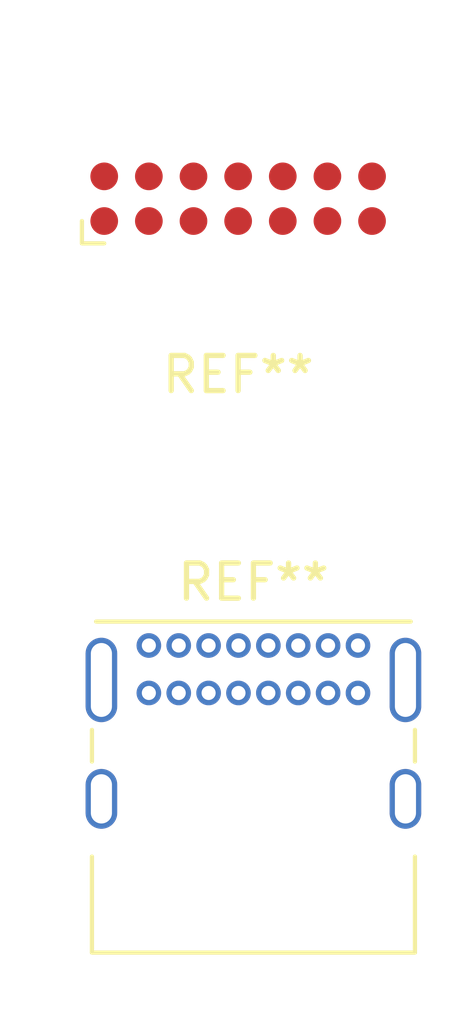
<source format=kicad_pcb>
(kicad_pcb (version 20221018) (generator pcbnew)
  (layers (0 "F.Cu" signal) (31 "B.Cu" signal) (34 "B.Paste" user) (35 "F.Paste" user) (36 "B.SilkS" user "B.Silkscreen") (37 "F.SilkS" user "F.Silkscreen") (38 "B.Mask" user) (39 "F.Mask" user) (44 "Edge.Cuts" user))
  (net 0 "")
  (footprint "Connector:Tag-Connect_TC2070-IDC-FP_2x07_P1.27mm_Vertical" (layer "F.Cu") (at 144.78 88.9)
    (fp_text reference "REF**" (at 0 5) (layer "F.SilkS"))
    (fp_text value "POGO")
    (fp_line (start -4.445 0.635) (end -4.445 1.27) (stroke (width 0.12)) (layer "F.SilkS"))
    (fp_line (start -4.445 1.27) (end -3.81 1.27) (stroke (width 0.12)) (layer "F.SilkS"))
    (pad "" np_thru_hole circle (at -5.08 -2.54) (size 2.3749 2.3749) (drill 2.3749) (layers "*.Cu" "*.Mask"))
    (pad "" np_thru_hole circle (at -5.08 0) (size 0.9906 0.9906) (drill 0.9906) (layers "*.Cu" "*.Mask"))
    (pad "" np_thru_hole circle (at -5.08 2.54) (size 2.3749 2.3749) (drill 2.3749) (layers "*.Cu" "*.Mask"))
    (pad "" np_thru_hole circle (at 3.175 -2.54) (size 2.3749 2.3749) (drill 2.3749) (layers "*.Cu" "*.Mask"))
    (pad "" np_thru_hole circle (at 3.175 2.54) (size 2.3749 2.3749) (drill 2.3749) (layers "*.Cu" "*.Mask"))
    (pad "" np_thru_hole circle (at 5.08 -1.016) (size 0.9906 0.9906) (drill 0.9906) (layers "*.Cu" "*.Mask"))
    (pad "" np_thru_hole circle (at 5.08 1.016) (size 0.9906 0.9906) (drill 0.9906) (layers "*.Cu" "*.Mask"))
    (pad "1" connect circle (at -3.81 0.635) (size 0.7874 0.7874) (layers "F.Cu" "F.Mask"))
    (pad "2" connect circle (at -2.54 0.635) (size 0.7874 0.7874) (layers "F.Cu" "F.Mask"))
    (pad "3" connect circle (at -1.27 0.635) (size 0.7874 0.7874) (layers "F.Cu" "F.Mask"))
    (pad "4" connect circle (at 0 0.635) (size 0.7874 0.7874) (layers "F.Cu" "F.Mask"))
    (pad "5" connect circle (at 1.27 0.635) (size 0.7874 0.7874) (layers "F.Cu" "F.Mask"))
    (pad "6" connect circle (at 2.54 0.635) (size 0.7874 0.7874) (layers "F.Cu" "F.Mask"))
    (pad "7" connect circle (at 3.81 0.635) (size 0.7874 0.7874) (layers "F.Cu" "F.Mask"))
    (pad "8" connect circle (at 3.81 -0.635) (size 0.7874 0.7874) (layers "F.Cu" "F.Mask"))
    (pad "9" connect circle (at 2.54 -0.635) (size 0.7874 0.7874) (layers "F.Cu" "F.Mask"))
    (pad "10" connect circle (at 1.27 -0.635) (size 0.7874 0.7874) (layers "F.Cu" "F.Mask"))
    (pad "11" connect circle (at 0 -0.635) (size 0.7874 0.7874) (layers "F.Cu" "F.Mask"))
    (pad "12" connect circle (at -1.27 -0.635) (size 0.7874 0.7874) (layers "F.Cu" "F.Mask"))
    (pad "13" connect circle (at -2.54 -0.635) (size 0.7874 0.7874) (layers "F.Cu" "F.Mask"))
    (pad "14" connect circle (at -3.81 -0.635) (size 0.7874 0.7874) (layers "F.Cu" "F.Mask"))
  )
  (footprint "Connector_USB:USB_C_Receptacle_GCT_USB4085" (layer "F.Cu") (at 142.24 101.6)
    (fp_text reference "REF**" (at 2.975 -1.8) (layer "F.SilkS"))
    (fp_text value "Incoming")
    (fp_line (start -1.62 2.4) (end -1.62 3.3) (stroke (width 0.12)) (layer "F.SilkS"))
    (fp_line (start -1.62 6) (end -1.62 8.73) (stroke (width 0.12)) (layer "F.SilkS"))
    (fp_line (start -1.62 8.73) (end 7.57 8.73) (stroke (width 0.12)) (layer "F.SilkS"))
    (fp_line (start -1.5 -0.68) (end 7.45 -0.68) (stroke (width 0.12)) (layer "F.SilkS"))
    (fp_line (start 7.57 2.4) (end 7.57 3.3) (stroke (width 0.12)) (layer "F.SilkS"))
    (fp_line (start 7.57 6) (end 7.57 8.73) (stroke (width 0.12)) (layer "F.SilkS"))
    (pad "A1" thru_hole circle (at 0 0) (size 0.7 0.7) (drill 0.4) (layers "*.Cu" "*.Mask"))
    (pad "A4" thru_hole circle (at 0.85 0) (size 0.7 0.7) (drill 0.4) (layers "*.Cu" "*.Mask"))
    (pad "A5" thru_hole circle (at 1.7 0) (size 0.7 0.7) (drill 0.4) (layers "*.Cu" "*.Mask"))
    (pad "A6" thru_hole circle (at 2.55 0) (size 0.7 0.7) (drill 0.4) (layers "*.Cu" "*.Mask"))
    (pad "A7" thru_hole circle (at 3.4 0) (size 0.7 0.7) (drill 0.4) (layers "*.Cu" "*.Mask"))
    (pad "A8" thru_hole circle (at 4.25 0) (size 0.7 0.7) (drill 0.4) (layers "*.Cu" "*.Mask"))
    (pad "A9" thru_hole circle (at 5.1 0) (size 0.7 0.7) (drill 0.4) (layers "*.Cu" "*.Mask"))
    (pad "A12" thru_hole circle (at 5.95 0) (size 0.7 0.7) (drill 0.4) (layers "*.Cu" "*.Mask"))
    (pad "B1" thru_hole circle (at 5.95 1.35) (size 0.7 0.7) (drill 0.4) (layers "*.Cu" "*.Mask"))
    (pad "B4" thru_hole circle (at 5.1 1.35) (size 0.7 0.7) (drill 0.4) (layers "*.Cu" "*.Mask"))
    (pad "B5" thru_hole circle (at 4.25 1.35) (size 0.7 0.7) (drill 0.4) (layers "*.Cu" "*.Mask"))
    (pad "B6" thru_hole circle (at 3.4 1.35) (size 0.7 0.7) (drill 0.4) (layers "*.Cu" "*.Mask"))
    (pad "B7" thru_hole circle (at 2.55 1.35) (size 0.7 0.7) (drill 0.4) (layers "*.Cu" "*.Mask"))
    (pad "B8" thru_hole circle (at 1.7 1.35) (size 0.7 0.7) (drill 0.4) (layers "*.Cu" "*.Mask"))
    (pad "B9" thru_hole circle (at 0.85 1.35) (size 0.7 0.7) (drill 0.4) (layers "*.Cu" "*.Mask"))
    (pad "B12" thru_hole circle (at 0 1.35) (size 0.7 0.7) (drill 0.4) (layers "*.Cu" "*.Mask"))
    (pad "S1" thru_hole oval (at -1.35 0.98) (size 0.9 2.4) (drill oval 0.6 2.1) (layers "*.Cu" "*.Mask"))
    (pad "S1" thru_hole oval (at -1.35 4.36) (size 0.9 1.7) (drill oval 0.6 1.4) (layers "*.Cu" "*.Mask"))
    (pad "S1" thru_hole oval (at 7.3 0.98) (size 0.9 2.4) (drill oval 0.6 2.1) (layers "*.Cu" "*.Mask"))
    (pad "S1" thru_hole oval (at 7.3 4.36) (size 0.9 1.7) (drill oval 0.6 1.4) (layers "*.Cu" "*.Mask"))
  )
)
</source>
